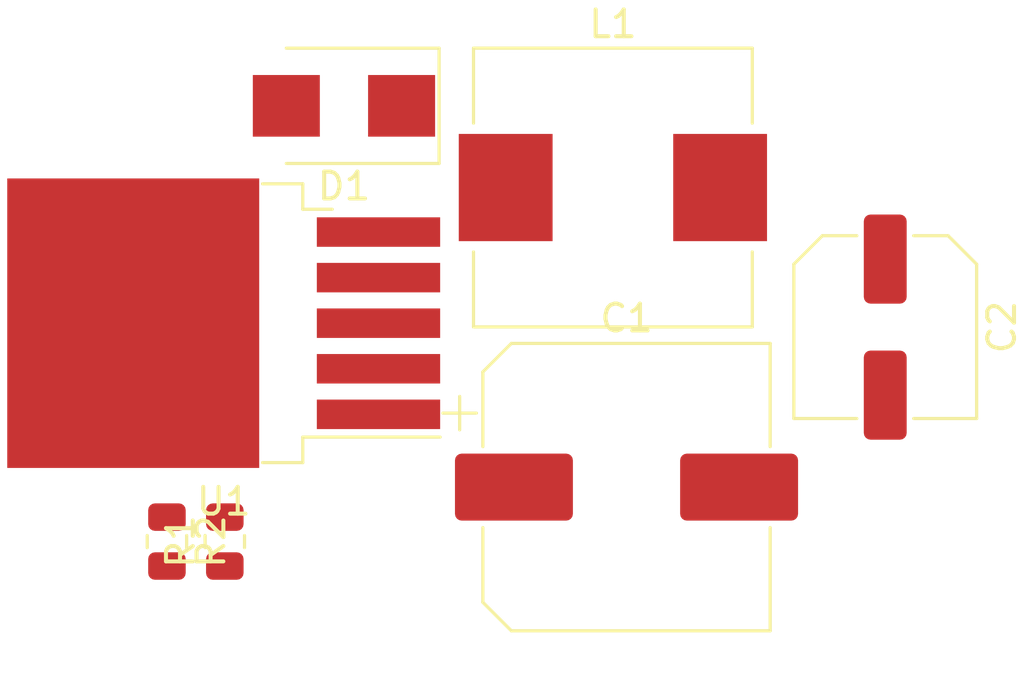
<source format=kicad_pcb>
(kicad_pcb (version 20211014) (generator pcbnew)
  (layers (0 "F.Cu" signal) (31 "B.Cu" signal) (34 "B.Paste" user) (35 "F.Paste" user) (36 "B.SilkS" user "B.Silkscreen") (37 "F.SilkS" user "F.Silkscreen") (38 "B.Mask" user) (39 "F.Mask" user) (44 "Edge.Cuts" user))
  (net 0 "")
  (net 1 "VCC")
  (net 2 "GND")
  (net 3 "+4V")
  (net 4 "Net-(D1-Pad1)")
  (net 5 "Net-(R1-Pad2)")
  (footprint "Diode_SMD:D_SMB" (layer "F.Cu") (at 58.547 111.506 180)
    (fp_text reference "D1" (at 0 -3) (layer "F.SilkS"))
    (fp_text value "40v")
    (fp_line (start -3.55 -2.15) (end -3.55 2.15) (layer "F.SilkS") (width 0.12))
    (fp_line (start -3.55 -2.15) (end 2.15 -2.15) (layer "F.SilkS") (width 0.12))
    (fp_line (start -3.55 2.15) (end 2.15 2.15) (layer "F.SilkS") (width 0.12))
    (pad "1" smd rect (at -2.15 0 180) (size 2.5 2.3) (layers "F.Cu" "F.Paste" "F.Mask") (net 4 "Net-(D1-Pad1)"))
    (pad "2" smd rect (at 2.15 0 180) (size 2.5 2.3) (layers "F.Cu" "F.Paste" "F.Mask") (net 2 "GND"))
  )
  (footprint "Resistor_SMD:R_0805_2012Metric" (layer "F.Cu") (at 54.102 127.762 90)
    (fp_text reference "R1" (at 0 -1.65 90) (layer "F.SilkS"))
    (fp_text value "1k")
    (fp_line (start -0.227064 -0.735) (end 0.227064 -0.735) (layer "F.SilkS") (width 0.12))
    (fp_line (start -0.227064 0.735) (end 0.227064 0.735) (layer "F.SilkS") (width 0.12))
    (pad "1" smd roundrect (at -0.9125 0 90) (size 1.025 1.4) (layers "F.Cu" "F.Paste" "F.Mask") (roundrect_rratio 0.243902) (net 2 "GND"))
    (pad "2" smd roundrect (at 0.9125 0 90) (size 1.025 1.4) (layers "F.Cu" "F.Paste" "F.Mask") (roundrect_rratio 0.243902) (net 5 "Net-(R1-Pad2)"))
  )
  (footprint "Inductor_SMD:L_Wuerth_HCI-1040" (layer "F.Cu") (at 68.58 114.554)
    (fp_text reference "L1" (at 0 -6.1) (layer "F.SilkS"))
    (fp_text value "33uH - 3.5A")
    (fp_line (start -5.2 5.2) (end 5.2 5.2) (layer "F.SilkS") (width 0.12))
    (fp_line (start -5.2 -5.2) (end 5.2 -5.2) (layer "F.SilkS") (width 0.12))
    (fp_line (start -5.2 2.4) (end -5.2 5.2) (layer "F.SilkS") (width 0.12))
    (fp_line (start 5.2 -5.2) (end 5.2 -2.4) (layer "F.SilkS") (width 0.12))
    (fp_line (start -5.2 -2.4) (end -5.2 -5.2) (layer "F.SilkS") (width 0.12))
    (fp_line (start 5.2 5.2) (end 5.2 2.4) (layer "F.SilkS") (width 0.12))
    (pad "1" smd rect (at -4 0) (size 3.5 4) (layers "F.Cu" "F.Paste" "F.Mask") (net 4 "Net-(D1-Pad1)"))
    (pad "2" smd rect (at 4 0) (size 3.5 4) (layers "F.Cu" "F.Paste" "F.Mask") (net 3 "+4V"))
  )
  (footprint "Capacitor_SMD:C_Elec_6.3x7.7" (layer "F.Cu") (at 78.74 119.761 -90)
    (fp_text reference "C2" (at 0 -4.35 90) (layer "F.SilkS"))
    (fp_text value "330uF")
    (fp_line (start -3.41 2.345563) (end -3.41 1.06) (layer "F.SilkS") (width 0.12))
    (fp_line (start 3.41 -3.41) (end 3.41 -1.06) (layer "F.SilkS") (width 0.12))
    (fp_line (start -2.345563 3.41) (end 3.41 3.41) (layer "F.SilkS") (width 0.12))
    (fp_line (start -3.41 2.345563) (end -2.345563 3.41) (layer "F.SilkS") (width 0.12))
    (fp_line (start -3.41 -2.345563) (end -2.345563 -3.41) (layer "F.SilkS") (width 0.12))
    (fp_line (start 3.41 3.41) (end 3.41 1.06) (layer "F.SilkS") (width 0.12))
    (fp_line (start -3.41 -2.345563) (end -3.41 -1.06) (layer "F.SilkS") (width 0.12))
    (fp_line (start -2.345563 -3.41) (end 3.41 -3.41) (layer "F.SilkS") (width 0.12))
    (pad "1" smd roundrect (at -2.5375 0 270) (size 3.325 1.6) (layers "F.Cu" "F.Paste" "F.Mask") (roundrect_rratio 0.15625) (net 3 "+4V"))
    (pad "2" smd roundrect (at 2.5375 0 270) (size 3.325 1.6) (layers "F.Cu" "F.Paste" "F.Mask") (roundrect_rratio 0.15625) (net 2 "GND"))
  )
  (footprint "Package_TO_SOT_SMD:TO-263-5_TabPin3" (layer "F.Cu") (at 54.06 119.615 180)
    (fp_text reference "U1" (at 0 -6.65) (layer "F.SilkS"))
    (fp_text value "LM2596S-ADJ")
    (fp_line (start -1.45 -5.2) (end -2.95 -5.2) (layer "F.SilkS") (width 0.12))
    (fp_line (start -2.95 -5.2) (end -2.95 -4.25) (layer "F.SilkS") (width 0.12))
    (fp_line (start -2.95 -4.25) (end -8.075 -4.25) (layer "F.SilkS") (width 0.12))
    (fp_line (start -2.95 5.2) (end -2.95 4.25) (layer "F.SilkS") (width 0.12))
    (fp_line (start -1.45 5.2) (end -2.95 5.2) (layer "F.SilkS") (width 0.12))
    (fp_line (start -2.95 4.25) (end -4.05 4.25) (layer "F.SilkS") (width 0.12))
    (pad "1" smd rect (at -5.775 -3.4 180) (size 4.6 1.1) (layers "F.Cu" "F.Paste" "F.Mask") (net 1 "VCC"))
    (pad "2" smd rect (at -5.775 -1.7 180) (size 4.6 1.1) (layers "F.Cu" "F.Paste" "F.Mask") (net 4 "Net-(D1-Pad1)"))
    (pad "3" smd rect (at 3.375 0 180) (size 9.4 10.8) (layers "F.Cu" "F.Mask") (net 2 "GND"))
    (pad "3" smd rect (at -5.775 0 180) (size 4.6 1.1) (layers "F.Cu" "F.Paste" "F.Mask") (net 2 "GND"))
    (pad "4" smd rect (at -5.775 1.7 180) (size 4.6 1.1) (layers "F.Cu" "F.Paste" "F.Mask") (net 5 "Net-(R1-Pad2)"))
    (pad "5" smd rect (at -5.775 3.4 180) (size 4.6 1.1) (layers "F.Cu" "F.Paste" "F.Mask") (net 2 "GND"))
  )
  (footprint "Resistor_SMD:R_0805_2012Metric" (layer "F.Cu") (at 51.943 127.762 -90)
    (fp_text reference "R2" (at 0 -1.65 90) (layer "F.SilkS"))
    (fp_text value "2.2k")
    (fp_line (start -0.227064 -0.735) (end 0.227064 -0.735) (layer "F.SilkS") (width 0.12))
    (fp_line (start -0.227064 0.735) (end 0.227064 0.735) (layer "F.SilkS") (width 0.12))
    (pad "1" smd roundrect (at -0.9125 0 270) (size 1.025 1.4) (layers "F.Cu" "F.Paste" "F.Mask") (roundrect_rratio 0.243902) (net 5 "Net-(R1-Pad2)"))
    (pad "2" smd roundrect (at 0.9125 0 270) (size 1.025 1.4) (layers "F.Cu" "F.Paste" "F.Mask") (roundrect_rratio 0.243902) (net 3 "+4V"))
  )
  (footprint "Capacitor_SMD:CP_Elec_10x10.5" (layer "F.Cu") (at 69.088 125.73)
    (fp_text reference "C1" (at 0 -6.3) (layer "F.SilkS"))
    (fp_text value "470uF")
    (fp_line (start -4.295563 -5.36) (end 5.36 -5.36) (layer "F.SilkS") (width 0.12))
    (fp_line (start 5.36 5.36) (end 5.36 1.51) (layer "F.SilkS") (width 0.12))
    (fp_line (start -4.295563 5.36) (end 5.36 5.36) (layer "F.SilkS") (width 0.12))
    (fp_line (start -5.36 -4.295563) (end -5.36 -1.51) (layer "F.SilkS") (width 0.12))
    (fp_line (start -6.85 -2.76) (end -5.6 -2.76) (layer "F.SilkS") (width 0.12))
    (fp_line (start -5.36 4.295563) (end -4.295563 5.36) (layer "F.SilkS") (width 0.12))
    (fp_line (start 5.36 -5.36) (end 5.36 -1.51) (layer "F.SilkS") (width 0.12))
    (fp_line (start -6.225 -3.385) (end -6.225 -2.135) (layer "F.SilkS") (width 0.12))
    (fp_line (start -5.36 4.295563) (end -5.36 1.51) (layer "F.SilkS") (width 0.12))
    (fp_line (start -5.36 -4.295563) (end -4.295563 -5.36) (layer "F.SilkS") (width 0.12))
    (pad "1" smd roundrect (at -4.2 0) (size 4.4 2.5) (layers "F.Cu" "F.Paste" "F.Mask") (roundrect_rratio 0.1) (net 1 "VCC"))
    (pad "2" smd roundrect (at 4.2 0) (size 4.4 2.5) (layers "F.Cu" "F.Paste" "F.Mask") (roundrect_rratio 0.1) (net 2 "GND"))
  )
)
</source>
